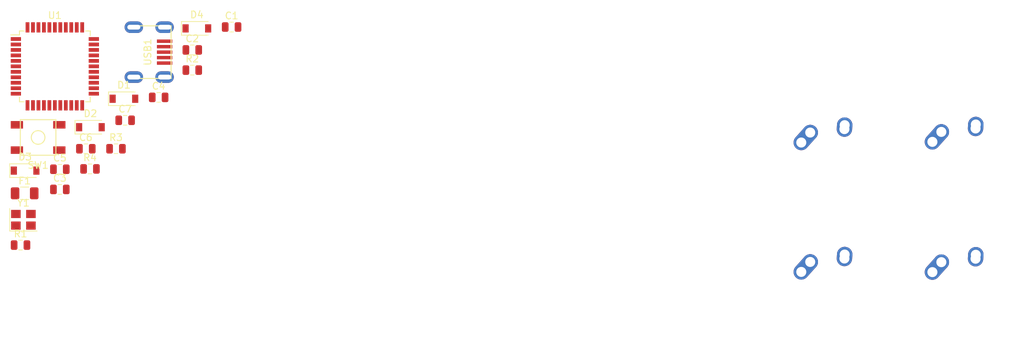
<source format=kicad_pcb>
(kicad_pcb (version 20171130) (host pcbnew "(5.1.4)-1")

  (general
    (thickness 1.6)
    (drawings 0)
    (tracks 0)
    (zones 0)
    (modules 24)
    (nets 49)
  )

  (page A4)
  (layers
    (0 F.Cu signal)
    (31 B.Cu signal)
    (32 B.Adhes user)
    (33 F.Adhes user)
    (34 B.Paste user)
    (35 F.Paste user)
    (36 B.SilkS user)
    (37 F.SilkS user)
    (38 B.Mask user)
    (39 F.Mask user)
    (40 Dwgs.User user)
    (41 Cmts.User user)
    (42 Eco1.User user)
    (43 Eco2.User user)
    (44 Edge.Cuts user)
    (45 Margin user)
    (46 B.CrtYd user)
    (47 F.CrtYd user)
    (48 B.Fab user)
    (49 F.Fab user)
  )

  (setup
    (last_trace_width 0.25)
    (trace_clearance 0.2)
    (zone_clearance 0.508)
    (zone_45_only no)
    (trace_min 0.2)
    (via_size 0.8)
    (via_drill 0.4)
    (via_min_size 0.4)
    (via_min_drill 0.3)
    (uvia_size 0.3)
    (uvia_drill 0.1)
    (uvias_allowed no)
    (uvia_min_size 0.2)
    (uvia_min_drill 0.1)
    (edge_width 0.05)
    (segment_width 0.2)
    (pcb_text_width 0.3)
    (pcb_text_size 1.5 1.5)
    (mod_edge_width 0.12)
    (mod_text_size 1 1)
    (mod_text_width 0.15)
    (pad_size 1.524 1.524)
    (pad_drill 0.762)
    (pad_to_mask_clearance 0.051)
    (solder_mask_min_width 0.25)
    (aux_axis_origin 0 0)
    (visible_elements FFFFFF7F)
    (pcbplotparams
      (layerselection 0x010fc_ffffffff)
      (usegerberextensions false)
      (usegerberattributes false)
      (usegerberadvancedattributes false)
      (creategerberjobfile false)
      (excludeedgelayer true)
      (linewidth 0.100000)
      (plotframeref false)
      (viasonmask false)
      (mode 1)
      (useauxorigin false)
      (hpglpennumber 1)
      (hpglpenspeed 20)
      (hpglpendiameter 15.000000)
      (psnegative false)
      (psa4output false)
      (plotreference true)
      (plotvalue true)
      (plotinvisibletext false)
      (padsonsilk false)
      (subtractmaskfromsilk false)
      (outputformat 1)
      (mirror false)
      (drillshape 1)
      (scaleselection 1)
      (outputdirectory ""))
  )

  (net 0 "")
  (net 1 GND)
  (net 2 +5V)
  (net 3 "Net-(C3-Pad1)")
  (net 4 "Net-(C4-Pad1)")
  (net 5 "Net-(C6-Pad1)")
  (net 6 "Net-(D1-Pad2)")
  (net 7 ROW0)
  (net 8 "Net-(D2-Pad2)")
  (net 9 ROW1)
  (net 10 "Net-(D3-Pad2)")
  (net 11 "Net-(D4-Pad2)")
  (net 12 VCC)
  (net 13 COL0)
  (net 14 COL1)
  (net 15 D-)
  (net 16 "Net-(R1-Pad1)")
  (net 17 D+)
  (net 18 "Net-(R2-Pad1)")
  (net 19 "Net-(R3-Pad2)")
  (net 20 "Net-(R4-Pad2)")
  (net 21 "Net-(U1-Pad42)")
  (net 22 "Net-(U1-Pad41)")
  (net 23 "Net-(U1-Pad40)")
  (net 24 "Net-(U1-Pad39)")
  (net 25 "Net-(U1-Pad38)")
  (net 26 "Net-(U1-Pad37)")
  (net 27 "Net-(U1-Pad36)")
  (net 28 "Net-(U1-Pad32)")
  (net 29 "Net-(U1-Pad31)")
  (net 30 "Net-(U1-Pad30)")
  (net 31 "Net-(U1-Pad29)")
  (net 32 "Net-(U1-Pad28)")
  (net 33 "Net-(U1-Pad27)")
  (net 34 "Net-(U1-Pad26)")
  (net 35 "Net-(U1-Pad25)")
  (net 36 "Net-(U1-Pad22)")
  (net 37 "Net-(U1-Pad21)")
  (net 38 "Net-(U1-Pad20)")
  (net 39 "Net-(U1-Pad19)")
  (net 40 "Net-(U1-Pad18)")
  (net 41 "Net-(U1-Pad12)")
  (net 42 "Net-(U1-Pad11)")
  (net 43 "Net-(U1-Pad10)")
  (net 44 "Net-(U1-Pad9)")
  (net 45 "Net-(U1-Pad8)")
  (net 46 "Net-(U1-Pad1)")
  (net 47 "Net-(USB1-Pad6)")
  (net 48 "Net-(USB1-Pad2)")

  (net_class Default "This is the default net class."
    (clearance 0.2)
    (trace_width 0.25)
    (via_dia 0.8)
    (via_drill 0.4)
    (uvia_dia 0.3)
    (uvia_drill 0.1)
    (add_net +5V)
    (add_net COL0)
    (add_net COL1)
    (add_net D+)
    (add_net D-)
    (add_net GND)
    (add_net "Net-(C3-Pad1)")
    (add_net "Net-(C4-Pad1)")
    (add_net "Net-(C6-Pad1)")
    (add_net "Net-(D1-Pad2)")
    (add_net "Net-(D2-Pad2)")
    (add_net "Net-(D3-Pad2)")
    (add_net "Net-(D4-Pad2)")
    (add_net "Net-(R1-Pad1)")
    (add_net "Net-(R2-Pad1)")
    (add_net "Net-(R3-Pad2)")
    (add_net "Net-(R4-Pad2)")
    (add_net "Net-(U1-Pad1)")
    (add_net "Net-(U1-Pad10)")
    (add_net "Net-(U1-Pad11)")
    (add_net "Net-(U1-Pad12)")
    (add_net "Net-(U1-Pad18)")
    (add_net "Net-(U1-Pad19)")
    (add_net "Net-(U1-Pad20)")
    (add_net "Net-(U1-Pad21)")
    (add_net "Net-(U1-Pad22)")
    (add_net "Net-(U1-Pad25)")
    (add_net "Net-(U1-Pad26)")
    (add_net "Net-(U1-Pad27)")
    (add_net "Net-(U1-Pad28)")
    (add_net "Net-(U1-Pad29)")
    (add_net "Net-(U1-Pad30)")
    (add_net "Net-(U1-Pad31)")
    (add_net "Net-(U1-Pad32)")
    (add_net "Net-(U1-Pad36)")
    (add_net "Net-(U1-Pad37)")
    (add_net "Net-(U1-Pad38)")
    (add_net "Net-(U1-Pad39)")
    (add_net "Net-(U1-Pad40)")
    (add_net "Net-(U1-Pad41)")
    (add_net "Net-(U1-Pad42)")
    (add_net "Net-(U1-Pad8)")
    (add_net "Net-(U1-Pad9)")
    (add_net "Net-(USB1-Pad2)")
    (add_net "Net-(USB1-Pad6)")
    (add_net ROW0)
    (add_net ROW1)
    (add_net VCC)
  )

  (module Crystal:Crystal_SMD_3225-4Pin_3.2x2.5mm (layer F.Cu) (tedit 5A0FD1B2) (tstamp 616255A5)
    (at 82.326 69.973)
    (descr "SMD Crystal SERIES SMD3225/4 http://www.txccrystal.com/images/pdf/7m-accuracy.pdf, 3.2x2.5mm^2 package")
    (tags "SMD SMT crystal")
    (path /6162F220)
    (attr smd)
    (fp_text reference Y1 (at 0 -2.45) (layer F.SilkS)
      (effects (font (size 1 1) (thickness 0.15)))
    )
    (fp_text value 16MHz (at 0 2.45) (layer F.Fab)
      (effects (font (size 1 1) (thickness 0.15)))
    )
    (fp_line (start 2.1 -1.7) (end -2.1 -1.7) (layer F.CrtYd) (width 0.05))
    (fp_line (start 2.1 1.7) (end 2.1 -1.7) (layer F.CrtYd) (width 0.05))
    (fp_line (start -2.1 1.7) (end 2.1 1.7) (layer F.CrtYd) (width 0.05))
    (fp_line (start -2.1 -1.7) (end -2.1 1.7) (layer F.CrtYd) (width 0.05))
    (fp_line (start -2 1.65) (end 2 1.65) (layer F.SilkS) (width 0.12))
    (fp_line (start -2 -1.65) (end -2 1.65) (layer F.SilkS) (width 0.12))
    (fp_line (start -1.6 0.25) (end -0.6 1.25) (layer F.Fab) (width 0.1))
    (fp_line (start 1.6 -1.25) (end -1.6 -1.25) (layer F.Fab) (width 0.1))
    (fp_line (start 1.6 1.25) (end 1.6 -1.25) (layer F.Fab) (width 0.1))
    (fp_line (start -1.6 1.25) (end 1.6 1.25) (layer F.Fab) (width 0.1))
    (fp_line (start -1.6 -1.25) (end -1.6 1.25) (layer F.Fab) (width 0.1))
    (fp_text user %R (at 0 0) (layer F.Fab)
      (effects (font (size 0.7 0.7) (thickness 0.105)))
    )
    (pad 4 smd rect (at -1.1 -0.85) (size 1.4 1.2) (layers F.Cu F.Paste F.Mask)
      (net 1 GND))
    (pad 3 smd rect (at 1.1 -0.85) (size 1.4 1.2) (layers F.Cu F.Paste F.Mask)
      (net 4 "Net-(C4-Pad1)"))
    (pad 2 smd rect (at 1.1 0.85) (size 1.4 1.2) (layers F.Cu F.Paste F.Mask)
      (net 1 GND))
    (pad 1 smd rect (at -1.1 0.85) (size 1.4 1.2) (layers F.Cu F.Paste F.Mask)
      (net 3 "Net-(C3-Pad1)"))
    (model ${KISYS3DMOD}/Crystal.3dshapes/Crystal_SMD_3225-4Pin_3.2x2.5mm.wrl
      (at (xyz 0 0 0))
      (scale (xyz 1 1 1))
      (rotate (xyz 0 0 0))
    )
  )

  (module random-keyboard-parts:Molex-0548190589 (layer F.Cu) (tedit 5C494815) (tstamp 61625591)
    (at 98.476 45.455)
    (path /6163C241)
    (attr smd)
    (fp_text reference USB1 (at 2.032 0 90) (layer F.SilkS)
      (effects (font (size 1 1) (thickness 0.15)))
    )
    (fp_text value Molex-0548190589 (at -5.08 0 90) (layer Dwgs.User)
      (effects (font (size 1 1) (thickness 0.15)))
    )
    (fp_text user %R (at 2 0 90) (layer F.CrtYd)
      (effects (font (size 1 1) (thickness 0.15)))
    )
    (fp_line (start 3.25 -1.25) (end 5.5 -1.25) (layer F.CrtYd) (width 0.15))
    (fp_line (start 5.5 -0.5) (end 3.25 -0.5) (layer F.CrtYd) (width 0.15))
    (fp_line (start 3.25 0.5) (end 5.5 0.5) (layer F.CrtYd) (width 0.15))
    (fp_line (start 5.5 1.25) (end 3.25 1.25) (layer F.CrtYd) (width 0.15))
    (fp_line (start 3.25 2) (end 5.5 2) (layer F.CrtYd) (width 0.15))
    (fp_line (start 3.25 -2) (end 3.25 2) (layer F.CrtYd) (width 0.15))
    (fp_line (start 5.5 -2) (end 3.25 -2) (layer F.CrtYd) (width 0.15))
    (fp_line (start -3.75 3.75) (end -3.75 -3.75) (layer F.CrtYd) (width 0.15))
    (fp_line (start 5.5 3.75) (end -3.75 3.75) (layer F.CrtYd) (width 0.15))
    (fp_line (start 5.5 -3.75) (end 5.5 3.75) (layer F.CrtYd) (width 0.15))
    (fp_line (start -3.75 -3.75) (end 5.5 -3.75) (layer F.CrtYd) (width 0.15))
    (fp_line (start 0 -3.85) (end 5.45 -3.85) (layer F.SilkS) (width 0.15))
    (fp_line (start 0 3.85) (end 5.45 3.85) (layer F.SilkS) (width 0.15))
    (fp_line (start 5.45 -3.85) (end 5.45 3.85) (layer F.SilkS) (width 0.15))
    (fp_line (start -3.75 -3.85) (end 0 -3.85) (layer Dwgs.User) (width 0.15))
    (fp_line (start -3.75 3.85) (end 0 3.85) (layer Dwgs.User) (width 0.15))
    (fp_line (start -1.75 -4.572) (end -1.75 4.572) (layer Dwgs.User) (width 0.15))
    (fp_line (start -3.75 -3.85) (end -3.75 3.85) (layer Dwgs.User) (width 0.15))
    (pad 6 thru_hole oval (at 0 -3.65) (size 2.7 1.7) (drill oval 1.9 0.7) (layers *.Cu *.Mask)
      (net 47 "Net-(USB1-Pad6)"))
    (pad 6 thru_hole oval (at 0 3.65) (size 2.7 1.7) (drill oval 1.9 0.7) (layers *.Cu *.Mask)
      (net 47 "Net-(USB1-Pad6)"))
    (pad 6 thru_hole oval (at 4.5 3.65) (size 2.7 1.7) (drill oval 1.9 0.7) (layers *.Cu *.Mask)
      (net 47 "Net-(USB1-Pad6)"))
    (pad 6 thru_hole oval (at 4.5 -3.65) (size 2.7 1.7) (drill oval 1.9 0.7) (layers *.Cu *.Mask)
      (net 47 "Net-(USB1-Pad6)"))
    (pad 5 smd rect (at 4.5 -1.6) (size 2.25 0.5) (layers F.Cu F.Paste F.Mask)
      (net 12 VCC))
    (pad 4 smd rect (at 4.5 -0.8) (size 2.25 0.5) (layers F.Cu F.Paste F.Mask)
      (net 15 D-))
    (pad 3 smd rect (at 4.5 0) (size 2.25 0.5) (layers F.Cu F.Paste F.Mask)
      (net 17 D+))
    (pad 2 smd rect (at 4.5 0.8) (size 2.25 0.5) (layers F.Cu F.Paste F.Mask)
      (net 48 "Net-(USB1-Pad2)"))
    (pad 1 smd rect (at 4.5 1.6) (size 2.25 0.5) (layers F.Cu F.Paste F.Mask)
      (net 1 GND))
  )

  (module Package_QFP:TQFP-44_10x10mm_P0.8mm (layer F.Cu) (tedit 5A02F146) (tstamp 61625571)
    (at 86.926 47.533)
    (descr "44-Lead Plastic Thin Quad Flatpack (PT) - 10x10x1.0 mm Body [TQFP] (see Microchip Packaging Specification 00000049BS.pdf)")
    (tags "QFP 0.8")
    (path /6161B4D2)
    (attr smd)
    (fp_text reference U1 (at 0 -7.45) (layer F.SilkS)
      (effects (font (size 1 1) (thickness 0.15)))
    )
    (fp_text value ATmega32U4-AU (at 0 7.45) (layer F.Fab)
      (effects (font (size 1 1) (thickness 0.15)))
    )
    (fp_line (start -5.175 -4.6) (end -6.45 -4.6) (layer F.SilkS) (width 0.15))
    (fp_line (start 5.175 -5.175) (end 4.5 -5.175) (layer F.SilkS) (width 0.15))
    (fp_line (start 5.175 5.175) (end 4.5 5.175) (layer F.SilkS) (width 0.15))
    (fp_line (start -5.175 5.175) (end -4.5 5.175) (layer F.SilkS) (width 0.15))
    (fp_line (start -5.175 -5.175) (end -4.5 -5.175) (layer F.SilkS) (width 0.15))
    (fp_line (start -5.175 5.175) (end -5.175 4.5) (layer F.SilkS) (width 0.15))
    (fp_line (start 5.175 5.175) (end 5.175 4.5) (layer F.SilkS) (width 0.15))
    (fp_line (start 5.175 -5.175) (end 5.175 -4.5) (layer F.SilkS) (width 0.15))
    (fp_line (start -5.175 -5.175) (end -5.175 -4.6) (layer F.SilkS) (width 0.15))
    (fp_line (start -6.7 6.7) (end 6.7 6.7) (layer F.CrtYd) (width 0.05))
    (fp_line (start -6.7 -6.7) (end 6.7 -6.7) (layer F.CrtYd) (width 0.05))
    (fp_line (start 6.7 -6.7) (end 6.7 6.7) (layer F.CrtYd) (width 0.05))
    (fp_line (start -6.7 -6.7) (end -6.7 6.7) (layer F.CrtYd) (width 0.05))
    (fp_line (start -5 -4) (end -4 -5) (layer F.Fab) (width 0.15))
    (fp_line (start -5 5) (end -5 -4) (layer F.Fab) (width 0.15))
    (fp_line (start 5 5) (end -5 5) (layer F.Fab) (width 0.15))
    (fp_line (start 5 -5) (end 5 5) (layer F.Fab) (width 0.15))
    (fp_line (start -4 -5) (end 5 -5) (layer F.Fab) (width 0.15))
    (fp_text user %R (at 0 0) (layer F.Fab)
      (effects (font (size 1 1) (thickness 0.15)))
    )
    (pad 44 smd rect (at -4 -5.7 90) (size 1.5 0.55) (layers F.Cu F.Paste F.Mask)
      (net 2 +5V))
    (pad 43 smd rect (at -3.2 -5.7 90) (size 1.5 0.55) (layers F.Cu F.Paste F.Mask)
      (net 1 GND))
    (pad 42 smd rect (at -2.4 -5.7 90) (size 1.5 0.55) (layers F.Cu F.Paste F.Mask)
      (net 21 "Net-(U1-Pad42)"))
    (pad 41 smd rect (at -1.6 -5.7 90) (size 1.5 0.55) (layers F.Cu F.Paste F.Mask)
      (net 22 "Net-(U1-Pad41)"))
    (pad 40 smd rect (at -0.8 -5.7 90) (size 1.5 0.55) (layers F.Cu F.Paste F.Mask)
      (net 23 "Net-(U1-Pad40)"))
    (pad 39 smd rect (at 0 -5.7 90) (size 1.5 0.55) (layers F.Cu F.Paste F.Mask)
      (net 24 "Net-(U1-Pad39)"))
    (pad 38 smd rect (at 0.8 -5.7 90) (size 1.5 0.55) (layers F.Cu F.Paste F.Mask)
      (net 25 "Net-(U1-Pad38)"))
    (pad 37 smd rect (at 1.6 -5.7 90) (size 1.5 0.55) (layers F.Cu F.Paste F.Mask)
      (net 26 "Net-(U1-Pad37)"))
    (pad 36 smd rect (at 2.4 -5.7 90) (size 1.5 0.55) (layers F.Cu F.Paste F.Mask)
      (net 27 "Net-(U1-Pad36)"))
    (pad 35 smd rect (at 3.2 -5.7 90) (size 1.5 0.55) (layers F.Cu F.Paste F.Mask)
      (net 1 GND))
    (pad 34 smd rect (at 4 -5.7 90) (size 1.5 0.55) (layers F.Cu F.Paste F.Mask)
      (net 2 +5V))
    (pad 33 smd rect (at 5.7 -4) (size 1.5 0.55) (layers F.Cu F.Paste F.Mask)
      (net 20 "Net-(R4-Pad2)"))
    (pad 32 smd rect (at 5.7 -3.2) (size 1.5 0.55) (layers F.Cu F.Paste F.Mask)
      (net 28 "Net-(U1-Pad32)"))
    (pad 31 smd rect (at 5.7 -2.4) (size 1.5 0.55) (layers F.Cu F.Paste F.Mask)
      (net 29 "Net-(U1-Pad31)"))
    (pad 30 smd rect (at 5.7 -1.6) (size 1.5 0.55) (layers F.Cu F.Paste F.Mask)
      (net 30 "Net-(U1-Pad30)"))
    (pad 29 smd rect (at 5.7 -0.8) (size 1.5 0.55) (layers F.Cu F.Paste F.Mask)
      (net 31 "Net-(U1-Pad29)"))
    (pad 28 smd rect (at 5.7 0) (size 1.5 0.55) (layers F.Cu F.Paste F.Mask)
      (net 32 "Net-(U1-Pad28)"))
    (pad 27 smd rect (at 5.7 0.8) (size 1.5 0.55) (layers F.Cu F.Paste F.Mask)
      (net 33 "Net-(U1-Pad27)"))
    (pad 26 smd rect (at 5.7 1.6) (size 1.5 0.55) (layers F.Cu F.Paste F.Mask)
      (net 34 "Net-(U1-Pad26)"))
    (pad 25 smd rect (at 5.7 2.4) (size 1.5 0.55) (layers F.Cu F.Paste F.Mask)
      (net 35 "Net-(U1-Pad25)"))
    (pad 24 smd rect (at 5.7 3.2) (size 1.5 0.55) (layers F.Cu F.Paste F.Mask)
      (net 2 +5V))
    (pad 23 smd rect (at 5.7 4) (size 1.5 0.55) (layers F.Cu F.Paste F.Mask)
      (net 1 GND))
    (pad 22 smd rect (at 4 5.7 90) (size 1.5 0.55) (layers F.Cu F.Paste F.Mask)
      (net 36 "Net-(U1-Pad22)"))
    (pad 21 smd rect (at 3.2 5.7 90) (size 1.5 0.55) (layers F.Cu F.Paste F.Mask)
      (net 37 "Net-(U1-Pad21)"))
    (pad 20 smd rect (at 2.4 5.7 90) (size 1.5 0.55) (layers F.Cu F.Paste F.Mask)
      (net 38 "Net-(U1-Pad20)"))
    (pad 19 smd rect (at 1.6 5.7 90) (size 1.5 0.55) (layers F.Cu F.Paste F.Mask)
      (net 39 "Net-(U1-Pad19)"))
    (pad 18 smd rect (at 0.8 5.7 90) (size 1.5 0.55) (layers F.Cu F.Paste F.Mask)
      (net 40 "Net-(U1-Pad18)"))
    (pad 17 smd rect (at 0 5.7 90) (size 1.5 0.55) (layers F.Cu F.Paste F.Mask)
      (net 3 "Net-(C3-Pad1)"))
    (pad 16 smd rect (at -0.8 5.7 90) (size 1.5 0.55) (layers F.Cu F.Paste F.Mask)
      (net 4 "Net-(C4-Pad1)"))
    (pad 15 smd rect (at -1.6 5.7 90) (size 1.5 0.55) (layers F.Cu F.Paste F.Mask)
      (net 1 GND))
    (pad 14 smd rect (at -2.4 5.7 90) (size 1.5 0.55) (layers F.Cu F.Paste F.Mask)
      (net 2 +5V))
    (pad 13 smd rect (at -3.2 5.7 90) (size 1.5 0.55) (layers F.Cu F.Paste F.Mask)
      (net 19 "Net-(R3-Pad2)"))
    (pad 12 smd rect (at -4 5.7 90) (size 1.5 0.55) (layers F.Cu F.Paste F.Mask)
      (net 41 "Net-(U1-Pad12)"))
    (pad 11 smd rect (at -5.7 4) (size 1.5 0.55) (layers F.Cu F.Paste F.Mask)
      (net 42 "Net-(U1-Pad11)"))
    (pad 10 smd rect (at -5.7 3.2) (size 1.5 0.55) (layers F.Cu F.Paste F.Mask)
      (net 43 "Net-(U1-Pad10)"))
    (pad 9 smd rect (at -5.7 2.4) (size 1.5 0.55) (layers F.Cu F.Paste F.Mask)
      (net 44 "Net-(U1-Pad9)"))
    (pad 8 smd rect (at -5.7 1.6) (size 1.5 0.55) (layers F.Cu F.Paste F.Mask)
      (net 45 "Net-(U1-Pad8)"))
    (pad 7 smd rect (at -5.7 0.8) (size 1.5 0.55) (layers F.Cu F.Paste F.Mask)
      (net 2 +5V))
    (pad 6 smd rect (at -5.7 0) (size 1.5 0.55) (layers F.Cu F.Paste F.Mask)
      (net 5 "Net-(C6-Pad1)"))
    (pad 5 smd rect (at -5.7 -0.8) (size 1.5 0.55) (layers F.Cu F.Paste F.Mask)
      (net 1 GND))
    (pad 4 smd rect (at -5.7 -1.6) (size 1.5 0.55) (layers F.Cu F.Paste F.Mask)
      (net 18 "Net-(R2-Pad1)"))
    (pad 3 smd rect (at -5.7 -2.4) (size 1.5 0.55) (layers F.Cu F.Paste F.Mask)
      (net 16 "Net-(R1-Pad1)"))
    (pad 2 smd rect (at -5.7 -3.2) (size 1.5 0.55) (layers F.Cu F.Paste F.Mask)
      (net 2 +5V))
    (pad 1 smd rect (at -5.7 -4) (size 1.5 0.55) (layers F.Cu F.Paste F.Mask)
      (net 46 "Net-(U1-Pad1)"))
    (model ${KISYS3DMOD}/Package_QFP.3dshapes/TQFP-44_10x10mm_P0.8mm.wrl
      (at (xyz 0 0 0))
      (scale (xyz 1 1 1))
      (rotate (xyz 0 0 0))
    )
  )

  (module random-keyboard-parts:SKQG-1155865 (layer F.Cu) (tedit 5E62B398) (tstamp 6162552E)
    (at 84.476 57.933)
    (path /61624B1A)
    (attr smd)
    (fp_text reference SW1 (at 0 4.064) (layer F.SilkS)
      (effects (font (size 1 1) (thickness 0.15)))
    )
    (fp_text value SW_Push (at 0 -4.064) (layer F.Fab)
      (effects (font (size 1 1) (thickness 0.15)))
    )
    (fp_line (start -2.6 -2.6) (end 2.6 -2.6) (layer F.SilkS) (width 0.15))
    (fp_line (start 2.6 -2.6) (end 2.6 2.6) (layer F.SilkS) (width 0.15))
    (fp_line (start 2.6 2.6) (end -2.6 2.6) (layer F.SilkS) (width 0.15))
    (fp_line (start -2.6 2.6) (end -2.6 -2.6) (layer F.SilkS) (width 0.15))
    (fp_circle (center 0 0) (end 1 0) (layer F.SilkS) (width 0.15))
    (fp_line (start -4.2 -2.6) (end 4.2 -2.6) (layer F.Fab) (width 0.15))
    (fp_line (start 4.2 -2.6) (end 4.2 -1.2) (layer F.Fab) (width 0.15))
    (fp_line (start 4.2 -1.1) (end 2.6 -1.1) (layer F.Fab) (width 0.15))
    (fp_line (start 2.6 -1.1) (end 2.6 1.1) (layer F.Fab) (width 0.15))
    (fp_line (start 2.6 1.1) (end 4.2 1.1) (layer F.Fab) (width 0.15))
    (fp_line (start 4.2 1.1) (end 4.2 2.6) (layer F.Fab) (width 0.15))
    (fp_line (start 4.2 2.6) (end -4.2 2.6) (layer F.Fab) (width 0.15))
    (fp_line (start -4.2 2.6) (end -4.2 1.1) (layer F.Fab) (width 0.15))
    (fp_line (start -4.2 1.1) (end -2.6 1.1) (layer F.Fab) (width 0.15))
    (fp_line (start -2.6 1.1) (end -2.6 -1.1) (layer F.Fab) (width 0.15))
    (fp_line (start -2.6 -1.1) (end -4.2 -1.1) (layer F.Fab) (width 0.15))
    (fp_line (start -4.2 -1.1) (end -4.2 -2.6) (layer F.Fab) (width 0.15))
    (fp_circle (center 0 0) (end 1 0) (layer F.Fab) (width 0.15))
    (fp_line (start -2.6 -1.1) (end -1.1 -2.6) (layer F.Fab) (width 0.15))
    (fp_line (start 2.6 -1.1) (end 1.1 -2.6) (layer F.Fab) (width 0.15))
    (fp_line (start 2.6 1.1) (end 1.1 2.6) (layer F.Fab) (width 0.15))
    (fp_line (start -2.6 1.1) (end -1.1 2.6) (layer F.Fab) (width 0.15))
    (pad 4 smd rect (at -3.1 1.85) (size 1.8 1.1) (layers F.Cu F.Paste F.Mask))
    (pad 3 smd rect (at 3.1 -1.85) (size 1.8 1.1) (layers F.Cu F.Paste F.Mask))
    (pad 2 smd rect (at -3.1 -1.85) (size 1.8 1.1) (layers F.Cu F.Paste F.Mask)
      (net 19 "Net-(R3-Pad2)"))
    (pad 1 smd rect (at 3.1 1.85) (size 1.8 1.1) (layers F.Cu F.Paste F.Mask)
      (net 1 GND))
    (model ${KISYS3DMOD}/Button_Switch_SMD.3dshapes/SW_SPST_TL3342.step
      (at (xyz 0 0 0))
      (scale (xyz 1 1 1))
      (rotate (xyz 0 0 0))
    )
  )

  (module Resistor_SMD:R_0805_2012Metric (layer F.Cu) (tedit 5B36C52B) (tstamp 61625510)
    (at 92.066 62.533)
    (descr "Resistor SMD 0805 (2012 Metric), square (rectangular) end terminal, IPC_7351 nominal, (Body size source: https://docs.google.com/spreadsheets/d/1BsfQQcO9C6DZCsRaXUlFlo91Tg2WpOkGARC1WS5S8t0/edit?usp=sharing), generated with kicad-footprint-generator")
    (tags resistor)
    (path /6162102B)
    (attr smd)
    (fp_text reference R4 (at 0 -1.65) (layer F.SilkS)
      (effects (font (size 1 1) (thickness 0.15)))
    )
    (fp_text value 10k (at 0 1.65) (layer F.Fab)
      (effects (font (size 1 1) (thickness 0.15)))
    )
    (fp_text user %R (at 0 0) (layer F.Fab)
      (effects (font (size 0.5 0.5) (thickness 0.08)))
    )
    (fp_line (start 1.68 0.95) (end -1.68 0.95) (layer F.CrtYd) (width 0.05))
    (fp_line (start 1.68 -0.95) (end 1.68 0.95) (layer F.CrtYd) (width 0.05))
    (fp_line (start -1.68 -0.95) (end 1.68 -0.95) (layer F.CrtYd) (width 0.05))
    (fp_line (start -1.68 0.95) (end -1.68 -0.95) (layer F.CrtYd) (width 0.05))
    (fp_line (start -0.258578 0.71) (end 0.258578 0.71) (layer F.SilkS) (width 0.12))
    (fp_line (start -0.258578 -0.71) (end 0.258578 -0.71) (layer F.SilkS) (width 0.12))
    (fp_line (start 1 0.6) (end -1 0.6) (layer F.Fab) (width 0.1))
    (fp_line (start 1 -0.6) (end 1 0.6) (layer F.Fab) (width 0.1))
    (fp_line (start -1 -0.6) (end 1 -0.6) (layer F.Fab) (width 0.1))
    (fp_line (start -1 0.6) (end -1 -0.6) (layer F.Fab) (width 0.1))
    (pad 2 smd roundrect (at 0.9375 0) (size 0.975 1.4) (layers F.Cu F.Paste F.Mask) (roundrect_rratio 0.25)
      (net 20 "Net-(R4-Pad2)"))
    (pad 1 smd roundrect (at -0.9375 0) (size 0.975 1.4) (layers F.Cu F.Paste F.Mask) (roundrect_rratio 0.25)
      (net 1 GND))
    (model ${KISYS3DMOD}/Resistor_SMD.3dshapes/R_0805_2012Metric.wrl
      (at (xyz 0 0 0))
      (scale (xyz 1 1 1))
      (rotate (xyz 0 0 0))
    )
  )

  (module Resistor_SMD:R_0805_2012Metric (layer F.Cu) (tedit 5B36C52B) (tstamp 616254FF)
    (at 95.866 59.583)
    (descr "Resistor SMD 0805 (2012 Metric), square (rectangular) end terminal, IPC_7351 nominal, (Body size source: https://docs.google.com/spreadsheets/d/1BsfQQcO9C6DZCsRaXUlFlo91Tg2WpOkGARC1WS5S8t0/edit?usp=sharing), generated with kicad-footprint-generator")
    (tags resistor)
    (path /61627EE7)
    (attr smd)
    (fp_text reference R3 (at 0 -1.65) (layer F.SilkS)
      (effects (font (size 1 1) (thickness 0.15)))
    )
    (fp_text value 10k (at 0 1.65) (layer F.Fab)
      (effects (font (size 1 1) (thickness 0.15)))
    )
    (fp_text user %R (at 0 0) (layer F.Fab)
      (effects (font (size 0.5 0.5) (thickness 0.08)))
    )
    (fp_line (start 1.68 0.95) (end -1.68 0.95) (layer F.CrtYd) (width 0.05))
    (fp_line (start 1.68 -0.95) (end 1.68 0.95) (layer F.CrtYd) (width 0.05))
    (fp_line (start -1.68 -0.95) (end 1.68 -0.95) (layer F.CrtYd) (width 0.05))
    (fp_line (start -1.68 0.95) (end -1.68 -0.95) (layer F.CrtYd) (width 0.05))
    (fp_line (start -0.258578 0.71) (end 0.258578 0.71) (layer F.SilkS) (width 0.12))
    (fp_line (start -0.258578 -0.71) (end 0.258578 -0.71) (layer F.SilkS) (width 0.12))
    (fp_line (start 1 0.6) (end -1 0.6) (layer F.Fab) (width 0.1))
    (fp_line (start 1 -0.6) (end 1 0.6) (layer F.Fab) (width 0.1))
    (fp_line (start -1 -0.6) (end 1 -0.6) (layer F.Fab) (width 0.1))
    (fp_line (start -1 0.6) (end -1 -0.6) (layer F.Fab) (width 0.1))
    (pad 2 smd roundrect (at 0.9375 0) (size 0.975 1.4) (layers F.Cu F.Paste F.Mask) (roundrect_rratio 0.25)
      (net 19 "Net-(R3-Pad2)"))
    (pad 1 smd roundrect (at -0.9375 0) (size 0.975 1.4) (layers F.Cu F.Paste F.Mask) (roundrect_rratio 0.25)
      (net 2 +5V))
    (model ${KISYS3DMOD}/Resistor_SMD.3dshapes/R_0805_2012Metric.wrl
      (at (xyz 0 0 0))
      (scale (xyz 1 1 1))
      (rotate (xyz 0 0 0))
    )
  )

  (module Resistor_SMD:R_0805_2012Metric (layer F.Cu) (tedit 5B36C52B) (tstamp 616254EE)
    (at 107.026 48.083)
    (descr "Resistor SMD 0805 (2012 Metric), square (rectangular) end terminal, IPC_7351 nominal, (Body size source: https://docs.google.com/spreadsheets/d/1BsfQQcO9C6DZCsRaXUlFlo91Tg2WpOkGARC1WS5S8t0/edit?usp=sharing), generated with kicad-footprint-generator")
    (tags resistor)
    (path /61626F42)
    (attr smd)
    (fp_text reference R2 (at 0 -1.65) (layer F.SilkS)
      (effects (font (size 1 1) (thickness 0.15)))
    )
    (fp_text value 22 (at 0 1.65) (layer F.Fab)
      (effects (font (size 1 1) (thickness 0.15)))
    )
    (fp_text user %R (at 0 0) (layer F.Fab)
      (effects (font (size 0.5 0.5) (thickness 0.08)))
    )
    (fp_line (start 1.68 0.95) (end -1.68 0.95) (layer F.CrtYd) (width 0.05))
    (fp_line (start 1.68 -0.95) (end 1.68 0.95) (layer F.CrtYd) (width 0.05))
    (fp_line (start -1.68 -0.95) (end 1.68 -0.95) (layer F.CrtYd) (width 0.05))
    (fp_line (start -1.68 0.95) (end -1.68 -0.95) (layer F.CrtYd) (width 0.05))
    (fp_line (start -0.258578 0.71) (end 0.258578 0.71) (layer F.SilkS) (width 0.12))
    (fp_line (start -0.258578 -0.71) (end 0.258578 -0.71) (layer F.SilkS) (width 0.12))
    (fp_line (start 1 0.6) (end -1 0.6) (layer F.Fab) (width 0.1))
    (fp_line (start 1 -0.6) (end 1 0.6) (layer F.Fab) (width 0.1))
    (fp_line (start -1 -0.6) (end 1 -0.6) (layer F.Fab) (width 0.1))
    (fp_line (start -1 0.6) (end -1 -0.6) (layer F.Fab) (width 0.1))
    (pad 2 smd roundrect (at 0.9375 0) (size 0.975 1.4) (layers F.Cu F.Paste F.Mask) (roundrect_rratio 0.25)
      (net 17 D+))
    (pad 1 smd roundrect (at -0.9375 0) (size 0.975 1.4) (layers F.Cu F.Paste F.Mask) (roundrect_rratio 0.25)
      (net 18 "Net-(R2-Pad1)"))
    (model ${KISYS3DMOD}/Resistor_SMD.3dshapes/R_0805_2012Metric.wrl
      (at (xyz 0 0 0))
      (scale (xyz 1 1 1))
      (rotate (xyz 0 0 0))
    )
  )

  (module Resistor_SMD:R_0805_2012Metric (layer F.Cu) (tedit 5B36C52B) (tstamp 616254DD)
    (at 81.906 73.673)
    (descr "Resistor SMD 0805 (2012 Metric), square (rectangular) end terminal, IPC_7351 nominal, (Body size source: https://docs.google.com/spreadsheets/d/1BsfQQcO9C6DZCsRaXUlFlo91Tg2WpOkGARC1WS5S8t0/edit?usp=sharing), generated with kicad-footprint-generator")
    (tags resistor)
    (path /61629012)
    (attr smd)
    (fp_text reference R1 (at 0 -1.65) (layer F.SilkS)
      (effects (font (size 1 1) (thickness 0.15)))
    )
    (fp_text value 22 (at 0 1.65) (layer F.Fab)
      (effects (font (size 1 1) (thickness 0.15)))
    )
    (fp_text user %R (at 0 0) (layer F.Fab)
      (effects (font (size 0.5 0.5) (thickness 0.08)))
    )
    (fp_line (start 1.68 0.95) (end -1.68 0.95) (layer F.CrtYd) (width 0.05))
    (fp_line (start 1.68 -0.95) (end 1.68 0.95) (layer F.CrtYd) (width 0.05))
    (fp_line (start -1.68 -0.95) (end 1.68 -0.95) (layer F.CrtYd) (width 0.05))
    (fp_line (start -1.68 0.95) (end -1.68 -0.95) (layer F.CrtYd) (width 0.05))
    (fp_line (start -0.258578 0.71) (end 0.258578 0.71) (layer F.SilkS) (width 0.12))
    (fp_line (start -0.258578 -0.71) (end 0.258578 -0.71) (layer F.SilkS) (width 0.12))
    (fp_line (start 1 0.6) (end -1 0.6) (layer F.Fab) (width 0.1))
    (fp_line (start 1 -0.6) (end 1 0.6) (layer F.Fab) (width 0.1))
    (fp_line (start -1 -0.6) (end 1 -0.6) (layer F.Fab) (width 0.1))
    (fp_line (start -1 0.6) (end -1 -0.6) (layer F.Fab) (width 0.1))
    (pad 2 smd roundrect (at 0.9375 0) (size 0.975 1.4) (layers F.Cu F.Paste F.Mask) (roundrect_rratio 0.25)
      (net 15 D-))
    (pad 1 smd roundrect (at -0.9375 0) (size 0.975 1.4) (layers F.Cu F.Paste F.Mask) (roundrect_rratio 0.25)
      (net 16 "Net-(R1-Pad1)"))
    (model ${KISYS3DMOD}/Resistor_SMD.3dshapes/R_0805_2012Metric.wrl
      (at (xyz 0 0 0))
      (scale (xyz 1 1 1))
      (rotate (xyz 0 0 0))
    )
  )

  (module MX_Alps_Hybrid:MX-1U-NoLED (layer F.Cu) (tedit 5A9F5203) (tstamp 616254CC)
    (at 219.075 61.11875)
    (path /616589FA)
    (fp_text reference MX4 (at 0 3.175) (layer Dwgs.User)
      (effects (font (size 1 1) (thickness 0.15)))
    )
    (fp_text value MX-NoLED (at 0 -7.9375) (layer Dwgs.User)
      (effects (font (size 1 1) (thickness 0.15)))
    )
    (fp_line (start -9.525 9.525) (end -9.525 -9.525) (layer Dwgs.User) (width 0.15))
    (fp_line (start 9.525 9.525) (end -9.525 9.525) (layer Dwgs.User) (width 0.15))
    (fp_line (start 9.525 -9.525) (end 9.525 9.525) (layer Dwgs.User) (width 0.15))
    (fp_line (start -9.525 -9.525) (end 9.525 -9.525) (layer Dwgs.User) (width 0.15))
    (fp_line (start -7 -7) (end -7 -5) (layer Dwgs.User) (width 0.15))
    (fp_line (start -5 -7) (end -7 -7) (layer Dwgs.User) (width 0.15))
    (fp_line (start -7 7) (end -5 7) (layer Dwgs.User) (width 0.15))
    (fp_line (start -7 5) (end -7 7) (layer Dwgs.User) (width 0.15))
    (fp_line (start 7 7) (end 7 5) (layer Dwgs.User) (width 0.15))
    (fp_line (start 5 7) (end 7 7) (layer Dwgs.User) (width 0.15))
    (fp_line (start 7 -7) (end 7 -5) (layer Dwgs.User) (width 0.15))
    (fp_line (start 5 -7) (end 7 -7) (layer Dwgs.User) (width 0.15))
    (pad "" np_thru_hole circle (at 5.08 0 48.0996) (size 1.75 1.75) (drill 1.75) (layers *.Cu *.Mask))
    (pad "" np_thru_hole circle (at -5.08 0 48.0996) (size 1.75 1.75) (drill 1.75) (layers *.Cu *.Mask))
    (pad 1 thru_hole circle (at -2.5 -4) (size 2.25 2.25) (drill 1.47) (layers *.Cu B.Mask)
      (net 14 COL1))
    (pad "" np_thru_hole circle (at 0 0) (size 3.9878 3.9878) (drill 3.9878) (layers *.Cu *.Mask))
    (pad 1 thru_hole oval (at -3.81 -2.54 48.0996) (size 4.211556 2.25) (drill 1.47 (offset 0.980778 0)) (layers *.Cu B.Mask)
      (net 14 COL1))
    (pad 2 thru_hole circle (at 2.54 -5.08) (size 2.25 2.25) (drill 1.47) (layers *.Cu B.Mask)
      (net 11 "Net-(D4-Pad2)"))
    (pad 2 thru_hole oval (at 2.5 -4.5 86.0548) (size 2.831378 2.25) (drill 1.47 (offset 0.290689 0)) (layers *.Cu B.Mask)
      (net 11 "Net-(D4-Pad2)"))
  )

  (module MX_Alps_Hybrid:MX-1U-NoLED (layer F.Cu) (tedit 5A9F5203) (tstamp 616254B5)
    (at 219.075 80.16875)
    (path /616539AE)
    (fp_text reference MX3 (at 0 3.175) (layer Dwgs.User)
      (effects (font (size 1 1) (thickness 0.15)))
    )
    (fp_text value MX-NoLED (at 0 -7.9375) (layer Dwgs.User)
      (effects (font (size 1 1) (thickness 0.15)))
    )
    (fp_line (start -9.525 9.525) (end -9.525 -9.525) (layer Dwgs.User) (width 0.15))
    (fp_line (start 9.525 9.525) (end -9.525 9.525) (layer Dwgs.User) (width 0.15))
    (fp_line (start 9.525 -9.525) (end 9.525 9.525) (layer Dwgs.User) (width 0.15))
    (fp_line (start -9.525 -9.525) (end 9.525 -9.525) (layer Dwgs.User) (width 0.15))
    (fp_line (start -7 -7) (end -7 -5) (layer Dwgs.User) (width 0.15))
    (fp_line (start -5 -7) (end -7 -7) (layer Dwgs.User) (width 0.15))
    (fp_line (start -7 7) (end -5 7) (layer Dwgs.User) (width 0.15))
    (fp_line (start -7 5) (end -7 7) (layer Dwgs.User) (width 0.15))
    (fp_line (start 7 7) (end 7 5) (layer Dwgs.User) (width 0.15))
    (fp_line (start 5 7) (end 7 7) (layer Dwgs.User) (width 0.15))
    (fp_line (start 7 -7) (end 7 -5) (layer Dwgs.User) (width 0.15))
    (fp_line (start 5 -7) (end 7 -7) (layer Dwgs.User) (width 0.15))
    (pad "" np_thru_hole circle (at 5.08 0 48.0996) (size 1.75 1.75) (drill 1.75) (layers *.Cu *.Mask))
    (pad "" np_thru_hole circle (at -5.08 0 48.0996) (size 1.75 1.75) (drill 1.75) (layers *.Cu *.Mask))
    (pad 1 thru_hole circle (at -2.5 -4) (size 2.25 2.25) (drill 1.47) (layers *.Cu B.Mask)
      (net 14 COL1))
    (pad "" np_thru_hole circle (at 0 0) (size 3.9878 3.9878) (drill 3.9878) (layers *.Cu *.Mask))
    (pad 1 thru_hole oval (at -3.81 -2.54 48.0996) (size 4.211556 2.25) (drill 1.47 (offset 0.980778 0)) (layers *.Cu B.Mask)
      (net 14 COL1))
    (pad 2 thru_hole circle (at 2.54 -5.08) (size 2.25 2.25) (drill 1.47) (layers *.Cu B.Mask)
      (net 10 "Net-(D3-Pad2)"))
    (pad 2 thru_hole oval (at 2.5 -4.5 86.0548) (size 2.831378 2.25) (drill 1.47 (offset 0.290689 0)) (layers *.Cu B.Mask)
      (net 10 "Net-(D3-Pad2)"))
  )

  (module MX_Alps_Hybrid:MX-1U-NoLED (layer F.Cu) (tedit 5A9F5203) (tstamp 6162549E)
    (at 199.898 80.137)
    (path /6165636B)
    (fp_text reference MX2 (at 0 3.175) (layer Dwgs.User)
      (effects (font (size 1 1) (thickness 0.15)))
    )
    (fp_text value MX-NoLED (at 0 -7.9375) (layer Dwgs.User)
      (effects (font (size 1 1) (thickness 0.15)))
    )
    (fp_line (start -9.525 9.525) (end -9.525 -9.525) (layer Dwgs.User) (width 0.15))
    (fp_line (start 9.525 9.525) (end -9.525 9.525) (layer Dwgs.User) (width 0.15))
    (fp_line (start 9.525 -9.525) (end 9.525 9.525) (layer Dwgs.User) (width 0.15))
    (fp_line (start -9.525 -9.525) (end 9.525 -9.525) (layer Dwgs.User) (width 0.15))
    (fp_line (start -7 -7) (end -7 -5) (layer Dwgs.User) (width 0.15))
    (fp_line (start -5 -7) (end -7 -7) (layer Dwgs.User) (width 0.15))
    (fp_line (start -7 7) (end -5 7) (layer Dwgs.User) (width 0.15))
    (fp_line (start -7 5) (end -7 7) (layer Dwgs.User) (width 0.15))
    (fp_line (start 7 7) (end 7 5) (layer Dwgs.User) (width 0.15))
    (fp_line (start 5 7) (end 7 7) (layer Dwgs.User) (width 0.15))
    (fp_line (start 7 -7) (end 7 -5) (layer Dwgs.User) (width 0.15))
    (fp_line (start 5 -7) (end 7 -7) (layer Dwgs.User) (width 0.15))
    (pad "" np_thru_hole circle (at 5.08 0 48.0996) (size 1.75 1.75) (drill 1.75) (layers *.Cu *.Mask))
    (pad "" np_thru_hole circle (at -5.08 0 48.0996) (size 1.75 1.75) (drill 1.75) (layers *.Cu *.Mask))
    (pad 1 thru_hole circle (at -2.5 -4) (size 2.25 2.25) (drill 1.47) (layers *.Cu B.Mask)
      (net 13 COL0))
    (pad "" np_thru_hole circle (at 0 0) (size 3.9878 3.9878) (drill 3.9878) (layers *.Cu *.Mask))
    (pad 1 thru_hole oval (at -3.81 -2.54 48.0996) (size 4.211556 2.25) (drill 1.47 (offset 0.980778 0)) (layers *.Cu B.Mask)
      (net 13 COL0))
    (pad 2 thru_hole circle (at 2.54 -5.08) (size 2.25 2.25) (drill 1.47) (layers *.Cu B.Mask)
      (net 8 "Net-(D2-Pad2)"))
    (pad 2 thru_hole oval (at 2.5 -4.5 86.0548) (size 2.831378 2.25) (drill 1.47 (offset 0.290689 0)) (layers *.Cu B.Mask)
      (net 8 "Net-(D2-Pad2)"))
  )

  (module MX_Alps_Hybrid:MX-1U-NoLED (layer F.Cu) (tedit 5A9F5203) (tstamp 61625487)
    (at 199.898 61.214)
    (path /6164D5CB)
    (fp_text reference MX1 (at 0 3.175) (layer Dwgs.User)
      (effects (font (size 1 1) (thickness 0.15)))
    )
    (fp_text value MX-NoLED (at 0 -7.9375) (layer Dwgs.User)
      (effects (font (size 1 1) (thickness 0.15)))
    )
    (fp_line (start -9.525 9.525) (end -9.525 -9.525) (layer Dwgs.User) (width 0.15))
    (fp_line (start 9.525 9.525) (end -9.525 9.525) (layer Dwgs.User) (width 0.15))
    (fp_line (start 9.525 -9.525) (end 9.525 9.525) (layer Dwgs.User) (width 0.15))
    (fp_line (start -9.525 -9.525) (end 9.525 -9.525) (layer Dwgs.User) (width 0.15))
    (fp_line (start -7 -7) (end -7 -5) (layer Dwgs.User) (width 0.15))
    (fp_line (start -5 -7) (end -7 -7) (layer Dwgs.User) (width 0.15))
    (fp_line (start -7 7) (end -5 7) (layer Dwgs.User) (width 0.15))
    (fp_line (start -7 5) (end -7 7) (layer Dwgs.User) (width 0.15))
    (fp_line (start 7 7) (end 7 5) (layer Dwgs.User) (width 0.15))
    (fp_line (start 5 7) (end 7 7) (layer Dwgs.User) (width 0.15))
    (fp_line (start 7 -7) (end 7 -5) (layer Dwgs.User) (width 0.15))
    (fp_line (start 5 -7) (end 7 -7) (layer Dwgs.User) (width 0.15))
    (pad "" np_thru_hole circle (at 5.08 0 48.0996) (size 1.75 1.75) (drill 1.75) (layers *.Cu *.Mask))
    (pad "" np_thru_hole circle (at -5.08 0 48.0996) (size 1.75 1.75) (drill 1.75) (layers *.Cu *.Mask))
    (pad 1 thru_hole circle (at -2.5 -4) (size 2.25 2.25) (drill 1.47) (layers *.Cu B.Mask)
      (net 13 COL0))
    (pad "" np_thru_hole circle (at 0 0) (size 3.9878 3.9878) (drill 3.9878) (layers *.Cu *.Mask))
    (pad 1 thru_hole oval (at -3.81 -2.54 48.0996) (size 4.211556 2.25) (drill 1.47 (offset 0.980778 0)) (layers *.Cu B.Mask)
      (net 13 COL0))
    (pad 2 thru_hole circle (at 2.54 -5.08) (size 2.25 2.25) (drill 1.47) (layers *.Cu B.Mask)
      (net 6 "Net-(D1-Pad2)"))
    (pad 2 thru_hole oval (at 2.5 -4.5 86.0548) (size 2.831378 2.25) (drill 1.47 (offset 0.290689 0)) (layers *.Cu B.Mask)
      (net 6 "Net-(D1-Pad2)"))
  )

  (module Fuse:Fuse_1206_3216Metric (layer F.Cu) (tedit 5B301BBE) (tstamp 61625470)
    (at 82.506 66.103)
    (descr "Fuse SMD 1206 (3216 Metric), square (rectangular) end terminal, IPC_7351 nominal, (Body size source: http://www.tortai-tech.com/upload/download/2011102023233369053.pdf), generated with kicad-footprint-generator")
    (tags resistor)
    (path /6163E95F)
    (attr smd)
    (fp_text reference F1 (at 0 -1.82) (layer F.SilkS)
      (effects (font (size 1 1) (thickness 0.15)))
    )
    (fp_text value 500mA (at 0 1.82) (layer F.Fab)
      (effects (font (size 1 1) (thickness 0.15)))
    )
    (fp_text user %R (at 0 0) (layer F.Fab)
      (effects (font (size 0.8 0.8) (thickness 0.12)))
    )
    (fp_line (start 2.28 1.12) (end -2.28 1.12) (layer F.CrtYd) (width 0.05))
    (fp_line (start 2.28 -1.12) (end 2.28 1.12) (layer F.CrtYd) (width 0.05))
    (fp_line (start -2.28 -1.12) (end 2.28 -1.12) (layer F.CrtYd) (width 0.05))
    (fp_line (start -2.28 1.12) (end -2.28 -1.12) (layer F.CrtYd) (width 0.05))
    (fp_line (start -0.602064 0.91) (end 0.602064 0.91) (layer F.SilkS) (width 0.12))
    (fp_line (start -0.602064 -0.91) (end 0.602064 -0.91) (layer F.SilkS) (width 0.12))
    (fp_line (start 1.6 0.8) (end -1.6 0.8) (layer F.Fab) (width 0.1))
    (fp_line (start 1.6 -0.8) (end 1.6 0.8) (layer F.Fab) (width 0.1))
    (fp_line (start -1.6 -0.8) (end 1.6 -0.8) (layer F.Fab) (width 0.1))
    (fp_line (start -1.6 0.8) (end -1.6 -0.8) (layer F.Fab) (width 0.1))
    (pad 2 smd roundrect (at 1.4 0) (size 1.25 1.75) (layers F.Cu F.Paste F.Mask) (roundrect_rratio 0.2)
      (net 12 VCC))
    (pad 1 smd roundrect (at -1.4 0) (size 1.25 1.75) (layers F.Cu F.Paste F.Mask) (roundrect_rratio 0.2)
      (net 2 +5V))
    (model ${KISYS3DMOD}/Fuse.3dshapes/Fuse_1206_3216Metric.wrl
      (at (xyz 0 0 0))
      (scale (xyz 1 1 1))
      (rotate (xyz 0 0 0))
    )
  )

  (module Diode_SMD:D_SOD-123 (layer F.Cu) (tedit 58645DC7) (tstamp 6162545F)
    (at 107.696 41.983)
    (descr SOD-123)
    (tags SOD-123)
    (path /6165AAF3)
    (attr smd)
    (fp_text reference D4 (at 0 -2) (layer F.SilkS)
      (effects (font (size 1 1) (thickness 0.15)))
    )
    (fp_text value SOD-123 (at 0 2.1) (layer F.Fab)
      (effects (font (size 1 1) (thickness 0.15)))
    )
    (fp_line (start -2.25 -1) (end 1.65 -1) (layer F.SilkS) (width 0.12))
    (fp_line (start -2.25 1) (end 1.65 1) (layer F.SilkS) (width 0.12))
    (fp_line (start -2.35 -1.15) (end -2.35 1.15) (layer F.CrtYd) (width 0.05))
    (fp_line (start 2.35 1.15) (end -2.35 1.15) (layer F.CrtYd) (width 0.05))
    (fp_line (start 2.35 -1.15) (end 2.35 1.15) (layer F.CrtYd) (width 0.05))
    (fp_line (start -2.35 -1.15) (end 2.35 -1.15) (layer F.CrtYd) (width 0.05))
    (fp_line (start -1.4 -0.9) (end 1.4 -0.9) (layer F.Fab) (width 0.1))
    (fp_line (start 1.4 -0.9) (end 1.4 0.9) (layer F.Fab) (width 0.1))
    (fp_line (start 1.4 0.9) (end -1.4 0.9) (layer F.Fab) (width 0.1))
    (fp_line (start -1.4 0.9) (end -1.4 -0.9) (layer F.Fab) (width 0.1))
    (fp_line (start -0.75 0) (end -0.35 0) (layer F.Fab) (width 0.1))
    (fp_line (start -0.35 0) (end -0.35 -0.55) (layer F.Fab) (width 0.1))
    (fp_line (start -0.35 0) (end -0.35 0.55) (layer F.Fab) (width 0.1))
    (fp_line (start -0.35 0) (end 0.25 -0.4) (layer F.Fab) (width 0.1))
    (fp_line (start 0.25 -0.4) (end 0.25 0.4) (layer F.Fab) (width 0.1))
    (fp_line (start 0.25 0.4) (end -0.35 0) (layer F.Fab) (width 0.1))
    (fp_line (start 0.25 0) (end 0.75 0) (layer F.Fab) (width 0.1))
    (fp_line (start -2.25 -1) (end -2.25 1) (layer F.SilkS) (width 0.12))
    (fp_text user %R (at 0 -2) (layer F.Fab)
      (effects (font (size 1 1) (thickness 0.15)))
    )
    (pad 2 smd rect (at 1.65 0) (size 0.9 1.2) (layers F.Cu F.Paste F.Mask)
      (net 11 "Net-(D4-Pad2)"))
    (pad 1 smd rect (at -1.65 0) (size 0.9 1.2) (layers F.Cu F.Paste F.Mask)
      (net 9 ROW1))
    (model ${KISYS3DMOD}/Diode_SMD.3dshapes/D_SOD-123.wrl
      (at (xyz 0 0 0))
      (scale (xyz 1 1 1))
      (rotate (xyz 0 0 0))
    )
  )

  (module Diode_SMD:D_SOD-123 (layer F.Cu) (tedit 58645DC7) (tstamp 61625446)
    (at 82.576 62.783)
    (descr SOD-123)
    (tags SOD-123)
    (path /6165444A)
    (attr smd)
    (fp_text reference D3 (at 0 -2) (layer F.SilkS)
      (effects (font (size 1 1) (thickness 0.15)))
    )
    (fp_text value SOD-123 (at 0 2.1) (layer F.Fab)
      (effects (font (size 1 1) (thickness 0.15)))
    )
    (fp_line (start -2.25 -1) (end 1.65 -1) (layer F.SilkS) (width 0.12))
    (fp_line (start -2.25 1) (end 1.65 1) (layer F.SilkS) (width 0.12))
    (fp_line (start -2.35 -1.15) (end -2.35 1.15) (layer F.CrtYd) (width 0.05))
    (fp_line (start 2.35 1.15) (end -2.35 1.15) (layer F.CrtYd) (width 0.05))
    (fp_line (start 2.35 -1.15) (end 2.35 1.15) (layer F.CrtYd) (width 0.05))
    (fp_line (start -2.35 -1.15) (end 2.35 -1.15) (layer F.CrtYd) (width 0.05))
    (fp_line (start -1.4 -0.9) (end 1.4 -0.9) (layer F.Fab) (width 0.1))
    (fp_line (start 1.4 -0.9) (end 1.4 0.9) (layer F.Fab) (width 0.1))
    (fp_line (start 1.4 0.9) (end -1.4 0.9) (layer F.Fab) (width 0.1))
    (fp_line (start -1.4 0.9) (end -1.4 -0.9) (layer F.Fab) (width 0.1))
    (fp_line (start -0.75 0) (end -0.35 0) (layer F.Fab) (width 0.1))
    (fp_line (start -0.35 0) (end -0.35 -0.55) (layer F.Fab) (width 0.1))
    (fp_line (start -0.35 0) (end -0.35 0.55) (layer F.Fab) (width 0.1))
    (fp_line (start -0.35 0) (end 0.25 -0.4) (layer F.Fab) (width 0.1))
    (fp_line (start 0.25 -0.4) (end 0.25 0.4) (layer F.Fab) (width 0.1))
    (fp_line (start 0.25 0.4) (end -0.35 0) (layer F.Fab) (width 0.1))
    (fp_line (start 0.25 0) (end 0.75 0) (layer F.Fab) (width 0.1))
    (fp_line (start -2.25 -1) (end -2.25 1) (layer F.SilkS) (width 0.12))
    (fp_text user %R (at 0 -2) (layer F.Fab)
      (effects (font (size 1 1) (thickness 0.15)))
    )
    (pad 2 smd rect (at 1.65 0) (size 0.9 1.2) (layers F.Cu F.Paste F.Mask)
      (net 10 "Net-(D3-Pad2)"))
    (pad 1 smd rect (at -1.65 0) (size 0.9 1.2) (layers F.Cu F.Paste F.Mask)
      (net 7 ROW0))
    (model ${KISYS3DMOD}/Diode_SMD.3dshapes/D_SOD-123.wrl
      (at (xyz 0 0 0))
      (scale (xyz 1 1 1))
      (rotate (xyz 0 0 0))
    )
  )

  (module Diode_SMD:D_SOD-123 (layer F.Cu) (tedit 58645DC7) (tstamp 6162542D)
    (at 92.126 56.433)
    (descr SOD-123)
    (tags SOD-123)
    (path /61657098)
    (attr smd)
    (fp_text reference D2 (at 0 -2) (layer F.SilkS)
      (effects (font (size 1 1) (thickness 0.15)))
    )
    (fp_text value SOD-123 (at 0 2.1) (layer F.Fab)
      (effects (font (size 1 1) (thickness 0.15)))
    )
    (fp_line (start -2.25 -1) (end 1.65 -1) (layer F.SilkS) (width 0.12))
    (fp_line (start -2.25 1) (end 1.65 1) (layer F.SilkS) (width 0.12))
    (fp_line (start -2.35 -1.15) (end -2.35 1.15) (layer F.CrtYd) (width 0.05))
    (fp_line (start 2.35 1.15) (end -2.35 1.15) (layer F.CrtYd) (width 0.05))
    (fp_line (start 2.35 -1.15) (end 2.35 1.15) (layer F.CrtYd) (width 0.05))
    (fp_line (start -2.35 -1.15) (end 2.35 -1.15) (layer F.CrtYd) (width 0.05))
    (fp_line (start -1.4 -0.9) (end 1.4 -0.9) (layer F.Fab) (width 0.1))
    (fp_line (start 1.4 -0.9) (end 1.4 0.9) (layer F.Fab) (width 0.1))
    (fp_line (start 1.4 0.9) (end -1.4 0.9) (layer F.Fab) (width 0.1))
    (fp_line (start -1.4 0.9) (end -1.4 -0.9) (layer F.Fab) (width 0.1))
    (fp_line (start -0.75 0) (end -0.35 0) (layer F.Fab) (width 0.1))
    (fp_line (start -0.35 0) (end -0.35 -0.55) (layer F.Fab) (width 0.1))
    (fp_line (start -0.35 0) (end -0.35 0.55) (layer F.Fab) (width 0.1))
    (fp_line (start -0.35 0) (end 0.25 -0.4) (layer F.Fab) (width 0.1))
    (fp_line (start 0.25 -0.4) (end 0.25 0.4) (layer F.Fab) (width 0.1))
    (fp_line (start 0.25 0.4) (end -0.35 0) (layer F.Fab) (width 0.1))
    (fp_line (start 0.25 0) (end 0.75 0) (layer F.Fab) (width 0.1))
    (fp_line (start -2.25 -1) (end -2.25 1) (layer F.SilkS) (width 0.12))
    (fp_text user %R (at 0 -2) (layer F.Fab)
      (effects (font (size 1 1) (thickness 0.15)))
    )
    (pad 2 smd rect (at 1.65 0) (size 0.9 1.2) (layers F.Cu F.Paste F.Mask)
      (net 8 "Net-(D2-Pad2)"))
    (pad 1 smd rect (at -1.65 0) (size 0.9 1.2) (layers F.Cu F.Paste F.Mask)
      (net 9 ROW1))
    (model ${KISYS3DMOD}/Diode_SMD.3dshapes/D_SOD-123.wrl
      (at (xyz 0 0 0))
      (scale (xyz 1 1 1))
      (rotate (xyz 0 0 0))
    )
  )

  (module Diode_SMD:D_SOD-123 (layer F.Cu) (tedit 58645DC7) (tstamp 61625414)
    (at 97.026 52.273)
    (descr SOD-123)
    (tags SOD-123)
    (path /6164E76E)
    (attr smd)
    (fp_text reference D1 (at 0 -2) (layer F.SilkS)
      (effects (font (size 1 1) (thickness 0.15)))
    )
    (fp_text value SOD-123 (at 0 2.1) (layer F.Fab)
      (effects (font (size 1 1) (thickness 0.15)))
    )
    (fp_line (start -2.25 -1) (end 1.65 -1) (layer F.SilkS) (width 0.12))
    (fp_line (start -2.25 1) (end 1.65 1) (layer F.SilkS) (width 0.12))
    (fp_line (start -2.35 -1.15) (end -2.35 1.15) (layer F.CrtYd) (width 0.05))
    (fp_line (start 2.35 1.15) (end -2.35 1.15) (layer F.CrtYd) (width 0.05))
    (fp_line (start 2.35 -1.15) (end 2.35 1.15) (layer F.CrtYd) (width 0.05))
    (fp_line (start -2.35 -1.15) (end 2.35 -1.15) (layer F.CrtYd) (width 0.05))
    (fp_line (start -1.4 -0.9) (end 1.4 -0.9) (layer F.Fab) (width 0.1))
    (fp_line (start 1.4 -0.9) (end 1.4 0.9) (layer F.Fab) (width 0.1))
    (fp_line (start 1.4 0.9) (end -1.4 0.9) (layer F.Fab) (width 0.1))
    (fp_line (start -1.4 0.9) (end -1.4 -0.9) (layer F.Fab) (width 0.1))
    (fp_line (start -0.75 0) (end -0.35 0) (layer F.Fab) (width 0.1))
    (fp_line (start -0.35 0) (end -0.35 -0.55) (layer F.Fab) (width 0.1))
    (fp_line (start -0.35 0) (end -0.35 0.55) (layer F.Fab) (width 0.1))
    (fp_line (start -0.35 0) (end 0.25 -0.4) (layer F.Fab) (width 0.1))
    (fp_line (start 0.25 -0.4) (end 0.25 0.4) (layer F.Fab) (width 0.1))
    (fp_line (start 0.25 0.4) (end -0.35 0) (layer F.Fab) (width 0.1))
    (fp_line (start 0.25 0) (end 0.75 0) (layer F.Fab) (width 0.1))
    (fp_line (start -2.25 -1) (end -2.25 1) (layer F.SilkS) (width 0.12))
    (fp_text user %R (at 0 -2) (layer F.Fab)
      (effects (font (size 1 1) (thickness 0.15)))
    )
    (pad 2 smd rect (at 1.65 0) (size 0.9 1.2) (layers F.Cu F.Paste F.Mask)
      (net 6 "Net-(D1-Pad2)"))
    (pad 1 smd rect (at -1.65 0) (size 0.9 1.2) (layers F.Cu F.Paste F.Mask)
      (net 7 ROW0))
    (model ${KISYS3DMOD}/Diode_SMD.3dshapes/D_SOD-123.wrl
      (at (xyz 0 0 0))
      (scale (xyz 1 1 1))
      (rotate (xyz 0 0 0))
    )
  )

  (module Capacitor_SMD:C_0805_2012Metric (layer F.Cu) (tedit 5B36C52B) (tstamp 616253FB)
    (at 97.206 55.423)
    (descr "Capacitor SMD 0805 (2012 Metric), square (rectangular) end terminal, IPC_7351 nominal, (Body size source: https://docs.google.com/spreadsheets/d/1BsfQQcO9C6DZCsRaXUlFlo91Tg2WpOkGARC1WS5S8t0/edit?usp=sharing), generated with kicad-footprint-generator")
    (tags capacitor)
    (path /616349F8)
    (attr smd)
    (fp_text reference C7 (at 0 -1.65) (layer F.SilkS)
      (effects (font (size 1 1) (thickness 0.15)))
    )
    (fp_text value 10uF (at 0 1.65) (layer F.Fab)
      (effects (font (size 1 1) (thickness 0.15)))
    )
    (fp_text user %R (at 0 0) (layer F.Fab)
      (effects (font (size 0.5 0.5) (thickness 0.08)))
    )
    (fp_line (start 1.68 0.95) (end -1.68 0.95) (layer F.CrtYd) (width 0.05))
    (fp_line (start 1.68 -0.95) (end 1.68 0.95) (layer F.CrtYd) (width 0.05))
    (fp_line (start -1.68 -0.95) (end 1.68 -0.95) (layer F.CrtYd) (width 0.05))
    (fp_line (start -1.68 0.95) (end -1.68 -0.95) (layer F.CrtYd) (width 0.05))
    (fp_line (start -0.258578 0.71) (end 0.258578 0.71) (layer F.SilkS) (width 0.12))
    (fp_line (start -0.258578 -0.71) (end 0.258578 -0.71) (layer F.SilkS) (width 0.12))
    (fp_line (start 1 0.6) (end -1 0.6) (layer F.Fab) (width 0.1))
    (fp_line (start 1 -0.6) (end 1 0.6) (layer F.Fab) (width 0.1))
    (fp_line (start -1 -0.6) (end 1 -0.6) (layer F.Fab) (width 0.1))
    (fp_line (start -1 0.6) (end -1 -0.6) (layer F.Fab) (width 0.1))
    (pad 2 smd roundrect (at 0.9375 0) (size 0.975 1.4) (layers F.Cu F.Paste F.Mask) (roundrect_rratio 0.25)
      (net 1 GND))
    (pad 1 smd roundrect (at -0.9375 0) (size 0.975 1.4) (layers F.Cu F.Paste F.Mask) (roundrect_rratio 0.25)
      (net 2 +5V))
    (model ${KISYS3DMOD}/Capacitor_SMD.3dshapes/C_0805_2012Metric.wrl
      (at (xyz 0 0 0))
      (scale (xyz 1 1 1))
      (rotate (xyz 0 0 0))
    )
  )

  (module Capacitor_SMD:C_0805_2012Metric (layer F.Cu) (tedit 5B36C52B) (tstamp 616253EA)
    (at 91.456 59.583)
    (descr "Capacitor SMD 0805 (2012 Metric), square (rectangular) end terminal, IPC_7351 nominal, (Body size source: https://docs.google.com/spreadsheets/d/1BsfQQcO9C6DZCsRaXUlFlo91Tg2WpOkGARC1WS5S8t0/edit?usp=sharing), generated with kicad-footprint-generator")
    (tags capacitor)
    (path /6162AC51)
    (attr smd)
    (fp_text reference C6 (at 0 -1.65) (layer F.SilkS)
      (effects (font (size 1 1) (thickness 0.15)))
    )
    (fp_text value 1uF (at 0 1.65) (layer F.Fab)
      (effects (font (size 1 1) (thickness 0.15)))
    )
    (fp_text user %R (at 0 0) (layer F.Fab)
      (effects (font (size 0.5 0.5) (thickness 0.08)))
    )
    (fp_line (start 1.68 0.95) (end -1.68 0.95) (layer F.CrtYd) (width 0.05))
    (fp_line (start 1.68 -0.95) (end 1.68 0.95) (layer F.CrtYd) (width 0.05))
    (fp_line (start -1.68 -0.95) (end 1.68 -0.95) (layer F.CrtYd) (width 0.05))
    (fp_line (start -1.68 0.95) (end -1.68 -0.95) (layer F.CrtYd) (width 0.05))
    (fp_line (start -0.258578 0.71) (end 0.258578 0.71) (layer F.SilkS) (width 0.12))
    (fp_line (start -0.258578 -0.71) (end 0.258578 -0.71) (layer F.SilkS) (width 0.12))
    (fp_line (start 1 0.6) (end -1 0.6) (layer F.Fab) (width 0.1))
    (fp_line (start 1 -0.6) (end 1 0.6) (layer F.Fab) (width 0.1))
    (fp_line (start -1 -0.6) (end 1 -0.6) (layer F.Fab) (width 0.1))
    (fp_line (start -1 0.6) (end -1 -0.6) (layer F.Fab) (width 0.1))
    (pad 2 smd roundrect (at 0.9375 0) (size 0.975 1.4) (layers F.Cu F.Paste F.Mask) (roundrect_rratio 0.25)
      (net 1 GND))
    (pad 1 smd roundrect (at -0.9375 0) (size 0.975 1.4) (layers F.Cu F.Paste F.Mask) (roundrect_rratio 0.25)
      (net 5 "Net-(C6-Pad1)"))
    (model ${KISYS3DMOD}/Capacitor_SMD.3dshapes/C_0805_2012Metric.wrl
      (at (xyz 0 0 0))
      (scale (xyz 1 1 1))
      (rotate (xyz 0 0 0))
    )
  )

  (module Capacitor_SMD:C_0805_2012Metric (layer F.Cu) (tedit 5B36C52B) (tstamp 616253D9)
    (at 87.656 62.583)
    (descr "Capacitor SMD 0805 (2012 Metric), square (rectangular) end terminal, IPC_7351 nominal, (Body size source: https://docs.google.com/spreadsheets/d/1BsfQQcO9C6DZCsRaXUlFlo91Tg2WpOkGARC1WS5S8t0/edit?usp=sharing), generated with kicad-footprint-generator")
    (tags capacitor)
    (path /616339F8)
    (attr smd)
    (fp_text reference C5 (at 0 -1.65) (layer F.SilkS)
      (effects (font (size 1 1) (thickness 0.15)))
    )
    (fp_text value 0.1uF (at 0 1.65) (layer F.Fab)
      (effects (font (size 1 1) (thickness 0.15)))
    )
    (fp_text user %R (at 0 0) (layer F.Fab)
      (effects (font (size 0.5 0.5) (thickness 0.08)))
    )
    (fp_line (start 1.68 0.95) (end -1.68 0.95) (layer F.CrtYd) (width 0.05))
    (fp_line (start 1.68 -0.95) (end 1.68 0.95) (layer F.CrtYd) (width 0.05))
    (fp_line (start -1.68 -0.95) (end 1.68 -0.95) (layer F.CrtYd) (width 0.05))
    (fp_line (start -1.68 0.95) (end -1.68 -0.95) (layer F.CrtYd) (width 0.05))
    (fp_line (start -0.258578 0.71) (end 0.258578 0.71) (layer F.SilkS) (width 0.12))
    (fp_line (start -0.258578 -0.71) (end 0.258578 -0.71) (layer F.SilkS) (width 0.12))
    (fp_line (start 1 0.6) (end -1 0.6) (layer F.Fab) (width 0.1))
    (fp_line (start 1 -0.6) (end 1 0.6) (layer F.Fab) (width 0.1))
    (fp_line (start -1 -0.6) (end 1 -0.6) (layer F.Fab) (width 0.1))
    (fp_line (start -1 0.6) (end -1 -0.6) (layer F.Fab) (width 0.1))
    (pad 2 smd roundrect (at 0.9375 0) (size 0.975 1.4) (layers F.Cu F.Paste F.Mask) (roundrect_rratio 0.25)
      (net 1 GND))
    (pad 1 smd roundrect (at -0.9375 0) (size 0.975 1.4) (layers F.Cu F.Paste F.Mask) (roundrect_rratio 0.25)
      (net 2 +5V))
    (model ${KISYS3DMOD}/Capacitor_SMD.3dshapes/C_0805_2012Metric.wrl
      (at (xyz 0 0 0))
      (scale (xyz 1 1 1))
      (rotate (xyz 0 0 0))
    )
  )

  (module Capacitor_SMD:C_0805_2012Metric (layer F.Cu) (tedit 5B36C52B) (tstamp 616253C8)
    (at 102.106 52.073)
    (descr "Capacitor SMD 0805 (2012 Metric), square (rectangular) end terminal, IPC_7351 nominal, (Body size source: https://docs.google.com/spreadsheets/d/1BsfQQcO9C6DZCsRaXUlFlo91Tg2WpOkGARC1WS5S8t0/edit?usp=sharing), generated with kicad-footprint-generator")
    (tags capacitor)
    (path /6161DC57)
    (attr smd)
    (fp_text reference C4 (at 0 -1.65) (layer F.SilkS)
      (effects (font (size 1 1) (thickness 0.15)))
    )
    (fp_text value 22pF (at 0 1.65) (layer F.Fab)
      (effects (font (size 1 1) (thickness 0.15)))
    )
    (fp_text user %R (at 0 0) (layer F.Fab)
      (effects (font (size 0.5 0.5) (thickness 0.08)))
    )
    (fp_line (start 1.68 0.95) (end -1.68 0.95) (layer F.CrtYd) (width 0.05))
    (fp_line (start 1.68 -0.95) (end 1.68 0.95) (layer F.CrtYd) (width 0.05))
    (fp_line (start -1.68 -0.95) (end 1.68 -0.95) (layer F.CrtYd) (width 0.05))
    (fp_line (start -1.68 0.95) (end -1.68 -0.95) (layer F.CrtYd) (width 0.05))
    (fp_line (start -0.258578 0.71) (end 0.258578 0.71) (layer F.SilkS) (width 0.12))
    (fp_line (start -0.258578 -0.71) (end 0.258578 -0.71) (layer F.SilkS) (width 0.12))
    (fp_line (start 1 0.6) (end -1 0.6) (layer F.Fab) (width 0.1))
    (fp_line (start 1 -0.6) (end 1 0.6) (layer F.Fab) (width 0.1))
    (fp_line (start -1 -0.6) (end 1 -0.6) (layer F.Fab) (width 0.1))
    (fp_line (start -1 0.6) (end -1 -0.6) (layer F.Fab) (width 0.1))
    (pad 2 smd roundrect (at 0.9375 0) (size 0.975 1.4) (layers F.Cu F.Paste F.Mask) (roundrect_rratio 0.25)
      (net 1 GND))
    (pad 1 smd roundrect (at -0.9375 0) (size 0.975 1.4) (layers F.Cu F.Paste F.Mask) (roundrect_rratio 0.25)
      (net 4 "Net-(C4-Pad1)"))
    (model ${KISYS3DMOD}/Capacitor_SMD.3dshapes/C_0805_2012Metric.wrl
      (at (xyz 0 0 0))
      (scale (xyz 1 1 1))
      (rotate (xyz 0 0 0))
    )
  )

  (module Capacitor_SMD:C_0805_2012Metric (layer F.Cu) (tedit 5B36C52B) (tstamp 616253B7)
    (at 87.656 65.533)
    (descr "Capacitor SMD 0805 (2012 Metric), square (rectangular) end terminal, IPC_7351 nominal, (Body size source: https://docs.google.com/spreadsheets/d/1BsfQQcO9C6DZCsRaXUlFlo91Tg2WpOkGARC1WS5S8t0/edit?usp=sharing), generated with kicad-footprint-generator")
    (tags capacitor)
    (path /6163938C)
    (attr smd)
    (fp_text reference C3 (at 0 -1.65) (layer F.SilkS)
      (effects (font (size 1 1) (thickness 0.15)))
    )
    (fp_text value 22pF (at 0 1.65) (layer F.Fab)
      (effects (font (size 1 1) (thickness 0.15)))
    )
    (fp_text user %R (at 0 0) (layer F.Fab)
      (effects (font (size 0.5 0.5) (thickness 0.08)))
    )
    (fp_line (start 1.68 0.95) (end -1.68 0.95) (layer F.CrtYd) (width 0.05))
    (fp_line (start 1.68 -0.95) (end 1.68 0.95) (layer F.CrtYd) (width 0.05))
    (fp_line (start -1.68 -0.95) (end 1.68 -0.95) (layer F.CrtYd) (width 0.05))
    (fp_line (start -1.68 0.95) (end -1.68 -0.95) (layer F.CrtYd) (width 0.05))
    (fp_line (start -0.258578 0.71) (end 0.258578 0.71) (layer F.SilkS) (width 0.12))
    (fp_line (start -0.258578 -0.71) (end 0.258578 -0.71) (layer F.SilkS) (width 0.12))
    (fp_line (start 1 0.6) (end -1 0.6) (layer F.Fab) (width 0.1))
    (fp_line (start 1 -0.6) (end 1 0.6) (layer F.Fab) (width 0.1))
    (fp_line (start -1 -0.6) (end 1 -0.6) (layer F.Fab) (width 0.1))
    (fp_line (start -1 0.6) (end -1 -0.6) (layer F.Fab) (width 0.1))
    (pad 2 smd roundrect (at 0.9375 0) (size 0.975 1.4) (layers F.Cu F.Paste F.Mask) (roundrect_rratio 0.25)
      (net 1 GND))
    (pad 1 smd roundrect (at -0.9375 0) (size 0.975 1.4) (layers F.Cu F.Paste F.Mask) (roundrect_rratio 0.25)
      (net 3 "Net-(C3-Pad1)"))
    (model ${KISYS3DMOD}/Capacitor_SMD.3dshapes/C_0805_2012Metric.wrl
      (at (xyz 0 0 0))
      (scale (xyz 1 1 1))
      (rotate (xyz 0 0 0))
    )
  )

  (module Capacitor_SMD:C_0805_2012Metric (layer F.Cu) (tedit 5B36C52B) (tstamp 616253A6)
    (at 107.026 45.133)
    (descr "Capacitor SMD 0805 (2012 Metric), square (rectangular) end terminal, IPC_7351 nominal, (Body size source: https://docs.google.com/spreadsheets/d/1BsfQQcO9C6DZCsRaXUlFlo91Tg2WpOkGARC1WS5S8t0/edit?usp=sharing), generated with kicad-footprint-generator")
    (tags capacitor)
    (path /6162C673)
    (attr smd)
    (fp_text reference C2 (at 0 -1.65) (layer F.SilkS)
      (effects (font (size 1 1) (thickness 0.15)))
    )
    (fp_text value 0.1uF (at 0 1.65) (layer F.Fab)
      (effects (font (size 1 1) (thickness 0.15)))
    )
    (fp_text user %R (at 0 0) (layer F.Fab)
      (effects (font (size 0.5 0.5) (thickness 0.08)))
    )
    (fp_line (start 1.68 0.95) (end -1.68 0.95) (layer F.CrtYd) (width 0.05))
    (fp_line (start 1.68 -0.95) (end 1.68 0.95) (layer F.CrtYd) (width 0.05))
    (fp_line (start -1.68 -0.95) (end 1.68 -0.95) (layer F.CrtYd) (width 0.05))
    (fp_line (start -1.68 0.95) (end -1.68 -0.95) (layer F.CrtYd) (width 0.05))
    (fp_line (start -0.258578 0.71) (end 0.258578 0.71) (layer F.SilkS) (width 0.12))
    (fp_line (start -0.258578 -0.71) (end 0.258578 -0.71) (layer F.SilkS) (width 0.12))
    (fp_line (start 1 0.6) (end -1 0.6) (layer F.Fab) (width 0.1))
    (fp_line (start 1 -0.6) (end 1 0.6) (layer F.Fab) (width 0.1))
    (fp_line (start -1 -0.6) (end 1 -0.6) (layer F.Fab) (width 0.1))
    (fp_line (start -1 0.6) (end -1 -0.6) (layer F.Fab) (width 0.1))
    (pad 2 smd roundrect (at 0.9375 0) (size 0.975 1.4) (layers F.Cu F.Paste F.Mask) (roundrect_rratio 0.25)
      (net 1 GND))
    (pad 1 smd roundrect (at -0.9375 0) (size 0.975 1.4) (layers F.Cu F.Paste F.Mask) (roundrect_rratio 0.25)
      (net 2 +5V))
    (model ${KISYS3DMOD}/Capacitor_SMD.3dshapes/C_0805_2012Metric.wrl
      (at (xyz 0 0 0))
      (scale (xyz 1 1 1))
      (rotate (xyz 0 0 0))
    )
  )

  (module Capacitor_SMD:C_0805_2012Metric (layer F.Cu) (tedit 5B36C52B) (tstamp 61625395)
    (at 112.776 41.783)
    (descr "Capacitor SMD 0805 (2012 Metric), square (rectangular) end terminal, IPC_7351 nominal, (Body size source: https://docs.google.com/spreadsheets/d/1BsfQQcO9C6DZCsRaXUlFlo91Tg2WpOkGARC1WS5S8t0/edit?usp=sharing), generated with kicad-footprint-generator")
    (tags capacitor)
    (path /6162B8E3)
    (attr smd)
    (fp_text reference C1 (at 0 -1.65) (layer F.SilkS)
      (effects (font (size 1 1) (thickness 0.15)))
    )
    (fp_text value 0.1uF (at 0 1.65) (layer F.Fab)
      (effects (font (size 1 1) (thickness 0.15)))
    )
    (fp_text user %R (at 0 0) (layer F.Fab)
      (effects (font (size 0.5 0.5) (thickness 0.08)))
    )
    (fp_line (start 1.68 0.95) (end -1.68 0.95) (layer F.CrtYd) (width 0.05))
    (fp_line (start 1.68 -0.95) (end 1.68 0.95) (layer F.CrtYd) (width 0.05))
    (fp_line (start -1.68 -0.95) (end 1.68 -0.95) (layer F.CrtYd) (width 0.05))
    (fp_line (start -1.68 0.95) (end -1.68 -0.95) (layer F.CrtYd) (width 0.05))
    (fp_line (start -0.258578 0.71) (end 0.258578 0.71) (layer F.SilkS) (width 0.12))
    (fp_line (start -0.258578 -0.71) (end 0.258578 -0.71) (layer F.SilkS) (width 0.12))
    (fp_line (start 1 0.6) (end -1 0.6) (layer F.Fab) (width 0.1))
    (fp_line (start 1 -0.6) (end 1 0.6) (layer F.Fab) (width 0.1))
    (fp_line (start -1 -0.6) (end 1 -0.6) (layer F.Fab) (width 0.1))
    (fp_line (start -1 0.6) (end -1 -0.6) (layer F.Fab) (width 0.1))
    (pad 2 smd roundrect (at 0.9375 0) (size 0.975 1.4) (layers F.Cu F.Paste F.Mask) (roundrect_rratio 0.25)
      (net 1 GND))
    (pad 1 smd roundrect (at -0.9375 0) (size 0.975 1.4) (layers F.Cu F.Paste F.Mask) (roundrect_rratio 0.25)
      (net 2 +5V))
    (model ${KISYS3DMOD}/Capacitor_SMD.3dshapes/C_0805_2012Metric.wrl
      (at (xyz 0 0 0))
      (scale (xyz 1 1 1))
      (rotate (xyz 0 0 0))
    )
  )

)

</source>
